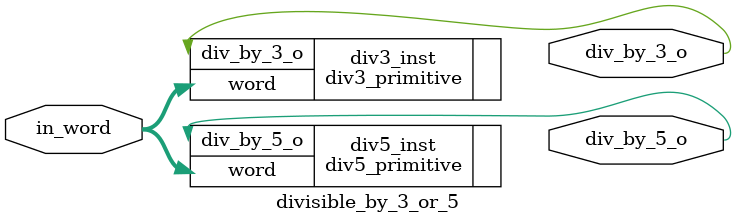
<source format=v>

module divisible_by_3_or_5(
    input  [3:0] in_word,
    output       div_by_3_o,
    output       div_by_5_o
);
    // Instantiate the Divisible by 3 primitive.
    div3_primitive div3_inst(
        .word(in_word),
        .div_by_3_o(div_by_3_o)
    );
    
    // Instantiate the Divisible by 5 primitive.
    div5_primitive div5_inst(
        .word(in_word),
        .div_by_5_o(div_by_5_o)
    );
endmodule
</source>
